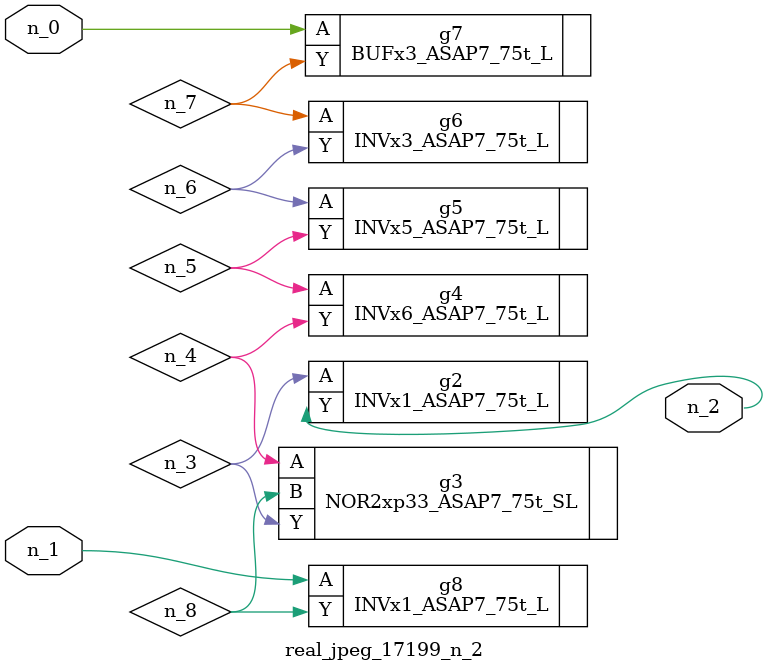
<source format=v>
module real_jpeg_17199_n_2 (n_1, n_0, n_2);

input n_1;
input n_0;

output n_2;

wire n_5;
wire n_8;
wire n_4;
wire n_6;
wire n_7;
wire n_3;

BUFx3_ASAP7_75t_L g7 ( 
.A(n_0),
.Y(n_7)
);

INVx1_ASAP7_75t_L g8 ( 
.A(n_1),
.Y(n_8)
);

INVx1_ASAP7_75t_L g2 ( 
.A(n_3),
.Y(n_2)
);

NOR2xp33_ASAP7_75t_SL g3 ( 
.A(n_4),
.B(n_8),
.Y(n_3)
);

INVx6_ASAP7_75t_L g4 ( 
.A(n_5),
.Y(n_4)
);

INVx5_ASAP7_75t_L g5 ( 
.A(n_6),
.Y(n_5)
);

INVx3_ASAP7_75t_L g6 ( 
.A(n_7),
.Y(n_6)
);


endmodule
</source>
